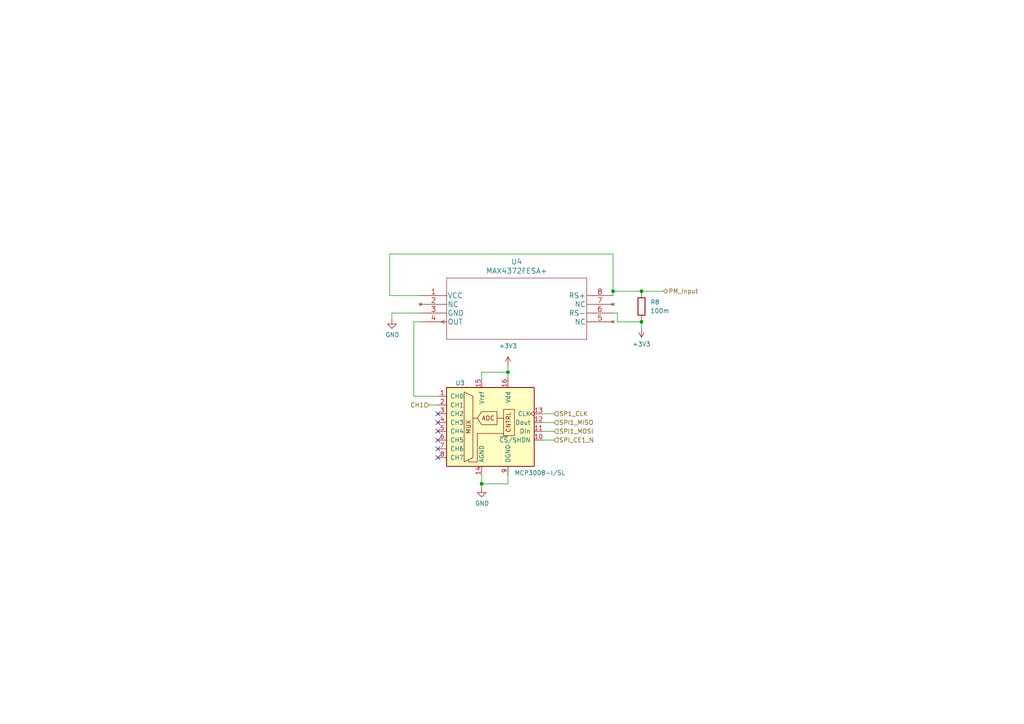
<source format=kicad_sch>
(kicad_sch (version 20211123) (generator eeschema)
  (paper "A4")
  (lib_symbols
    (symbol "Analog_ADC:MCP3008" (pin_names (offset 1.016))
      (property "Reference" "U" (at -5.08 13.335 0))
      (property "Value" "MCP3008" (at -5.08 11.43 0))
      (symbol "MCP3008_0_0"
        (text "ADC" (at -0.635 1.27 0) (effects (font (size 1.27 1.27))))
        (text "CNTRL" (at 5.969 -2.921 900) (effects (font (size 1.27 1.27)) (justify left bottom)))
        (text "MUX" (at -6.35 -1.27 900) (effects (font (size 1.27 1.27))))
      )
      (symbol "MCP3008_0_1"
        (polyline (pts (xy -3.81 1.27) (xy -5.08 1.27)))
        (polyline (pts (xy 1.905 1.27) (xy 3.81 1.27)))
        (polyline (pts (xy -7.62 8.89) (xy -7.62 -11.43) (xy -5.08 -10.16) (xy -5.08 7.62) (xy -7.62 8.89)))
        (polyline (pts (xy 3.81 -3.175) (xy -3.81 -3.175) (xy -3.81 -11.43) (xy -6.35 -11.43) (xy -6.35 -10.795)))
        (polyline (pts (xy 1.905 3.175) (xy 1.905 -0.635) (xy -2.54 -0.635) (xy -3.81 1.27) (xy -2.54 3.175) (xy 1.905 3.175)))
        (rectangle (start 3.81 -3.81) (end 6.985 3.81))
        (rectangle (start 12.7 -12.7) (end -12.7 10.16) (stroke (width 0.254)) (fill (type background)))
      )
      (symbol "MCP3008_1_1"
        (pin input line (at -15.24 7.62 0) (length 2.54) (name "CH0") (number "1"))
        (pin input line (at 15.24 -5.08 180) (length 2.54) (name "~{CS}/SHDN") (number "10"))
        (pin input line (at 15.24 -2.54 180) (length 2.54) (name "Din") (number "11"))
        (pin output line (at 15.24 0 180) (length 2.54) (name "Dout") (number "12"))
        (pin input clock (at 15.24 2.54 180) (length 2.54) (name "CLK") (number "13"))
        (pin power_in line (at -2.54 -15.24 90) (length 2.54) (name "AGND") (number "14"))
        (pin power_in line (at -2.54 12.7 270) (length 2.54) (name "Vref") (number "15"))
        (pin power_in line (at 5.08 12.7 270) (length 2.54) (name "Vdd") (number "16"))
        (pin input line (at -15.24 5.08 0) (length 2.54) (name "CH1") (number "2"))
        (pin input line (at -15.24 2.54 0) (length 2.54) (name "CH2") (number "3"))
        (pin input line (at -15.24 0 0) (length 2.54) (name "CH3") (number "4"))
        (pin input line (at -15.24 -2.54 0) (length 2.54) (name "CH4") (number "5"))
        (pin input line (at -15.24 -5.08 0) (length 2.54) (name "CH5") (number "6"))
        (pin input line (at -15.24 -7.62 0) (length 2.54) (name "CH6") (number "7"))
        (pin input line (at -15.24 -10.16 0) (length 2.54) (name "CH7") (number "8"))
        (pin power_in line (at 5.08 -15.24 90) (length 2.54) (name "DGND") (number "9"))
      )
    )
    (symbol "Device:R" (pin_numbers hide) (pin_names (offset 0))
      (property "Reference" "R" (at 2.032 0 90))
      (property "Value" "R" (at 0 0 90))
      (symbol "R_0_1"
        (rectangle (start -1.016 -2.54) (end 1.016 2.54) (stroke (width 0.254)))
      )
      (symbol "R_1_1"
        (pin passive line (at 0 3.81 270) (length 1.27) (name "~") (number "1"))
        (pin passive line (at 0 -3.81 90) (length 1.27) (name "~") (number "2"))
      )
    )
    (symbol "Imported_OBC_Library:+3.3V" (power) (pin_names (offset 0))
      (property "Value" "+3.3V" (at 0 3.556 0))
      (symbol "+3.3V_0_1"
        (polyline (pts (xy -0.762 1.27) (xy 0 2.54)))
        (polyline (pts (xy 0 0) (xy 0 2.54)))
        (polyline (pts (xy 0 2.54) (xy 0.762 1.27)))
      )
      (symbol "+3.3V_1_1"
        (pin power_in line (at 0 0 90) (length 0) hide (name "+3V3") (number "1"))
      )
    )
    (symbol "STM32_Breakout-rescue:MAX4372FESA+-MAX4372FESA+" (pin_names (offset 0.254))
      (property "Reference" "U" (at 27.94 10.16 0))
      (property "Value" "MAX4372FESA+-MAX4372FESA+" (at 27.94 7.62 0))
      (symbol "MAX4372FESA+-MAX4372FESA+_1_1"
        (polyline (pts (xy 7.112 -8.128) (xy 6.0452 -7.62)) (stroke (width 0.127)))
        (polyline (pts (xy 7.112 -7.112) (xy 6.0452 -7.62)) (stroke (width 0.127)))
        (polyline (pts (xy 7.62 -12.7) (xy 48.26 -12.7)) (stroke (width 0.127)))
        (polyline (pts (xy 7.62 5.08) (xy 7.62 -12.7)) (stroke (width 0.127)))
        (polyline (pts (xy 48.26 -12.7) (xy 48.26 5.08)) (stroke (width 0.127)))
        (polyline (pts (xy 48.26 5.08) (xy 7.62 5.08)) (stroke (width 0.127)))
        (pin power_in line (at 0 0 0) (length 7.62) (name "VCC") (number "1"))
        (pin no_connect line (at 0 -2.54 0) (length 7.62) (name "NC") (number "2"))
        (pin power_in line (at 0 -5.08 0) (length 7.62) (name "GND") (number "3"))
        (pin output line (at 0 -7.62 0) (length 7.62) (name "OUT") (number "4"))
        (pin no_connect line (at 55.88 -7.62 180) (length 7.62) (name "NC") (number "5"))
        (pin unspecified line (at 55.88 -5.08 180) (length 7.62) (name "RS-") (number "6"))
        (pin no_connect line (at 55.88 -2.54 180) (length 7.62) (name "NC") (number "7"))
        (pin unspecified line (at 55.88 0 180) (length 7.62) (name "RS+") (number "8"))
      )
    )
    (symbol "power:+3V3" (power) (pin_names (offset 0))
      (property "Value" "+3V3" (at 0 3.556 0))
      (symbol "+3V3_0_1"
        (polyline (pts (xy -0.762 1.27) (xy 0 2.54)))
        (polyline (pts (xy 0 0) (xy 0 2.54)))
        (polyline (pts (xy 0 2.54) (xy 0.762 1.27)))
      )
      (symbol "+3V3_1_1"
        (pin power_in line (at 0 0 90) (length 0) hide (name "+3V3") (number "1"))
      )
    )
    (symbol "power:GND" (power) (pin_names (offset 0))
      (property "Value" "GND" (at 0 -3.81 0))
      (symbol "GND_0_1"
        (polyline (pts (xy 0 0) (xy 0 -1.27) (xy 1.27 -1.27) (xy 0 -2.54) (xy -1.27 -1.27) (xy 0 -1.27)))
      )
      (symbol "GND_1_1"
        (pin power_in line (at 0 0 270) (length 0) hide (name "GND") (number "1"))
      )
    )
  )
  (junction (at 177.8 84.455))
  (junction (at 139.7 140.335))
  (junction (at 186.055 93.345))
  (junction (at 186.055 84.455))
  (junction (at 147.32 107.95))
  (no_connect (at 127 130.175))
  (no_connect (at 127 132.715))
  (no_connect (at 127 127.635))
  (no_connect (at 127 120.015))
  (no_connect (at 127 122.555))
  (no_connect (at 127 125.095))
  (wire (pts (xy 121.92 85.725) (xy 113.03 85.725)))
  (wire (pts (xy 124.46 117.475) (xy 127 117.475)))
  (wire (pts (xy 120.015 114.935) (xy 127 114.935)))
  (wire (pts (xy 139.7 141.605) (xy 139.7 140.335)))
  (wire (pts (xy 177.8 85.725) (xy 177.8 84.455)))
  (wire (pts (xy 160.655 127.635) (xy 157.48 127.635)))
  (wire (pts (xy 177.8 90.805) (xy 179.07 90.805)))
  (wire (pts (xy 147.32 140.335) (xy 139.7 140.335)))
  (wire (pts (xy 179.07 93.345) (xy 186.055 93.345)))
  (wire (pts (xy 160.655 120.015) (xy 157.48 120.015)))
  (wire (pts (xy 192.405 84.455) (xy 186.055 84.455)))
  (wire (pts (xy 147.32 106.045) (xy 147.32 107.95)))
  (wire (pts (xy 113.665 90.805) (xy 121.92 90.805)))
  (wire (pts (xy 139.7 107.95) (xy 147.32 107.95)))
  (wire (pts (xy 120.015 93.345) (xy 121.92 93.345)))
  (wire (pts (xy 113.03 85.725) (xy 113.03 73.66)))
  (wire (pts (xy 139.7 140.335) (xy 139.7 137.795)))
  (wire (pts (xy 139.7 107.95) (xy 139.7 109.855)))
  (wire (pts (xy 120.015 93.345) (xy 120.015 114.935)))
  (wire (pts (xy 160.655 122.555) (xy 157.48 122.555)))
  (wire (pts (xy 160.655 125.095) (xy 157.48 125.095)))
  (wire (pts (xy 179.07 90.805) (xy 179.07 93.345)))
  (wire (pts (xy 186.055 93.345) (xy 186.055 95.25)))
  (wire (pts (xy 177.8 84.455) (xy 186.055 84.455)))
  (wire (pts (xy 186.055 93.345) (xy 186.055 92.71)))
  (wire (pts (xy 177.8 73.66) (xy 177.8 84.455)))
  (wire (pts (xy 113.03 73.66) (xy 177.8 73.66)))
  (wire (pts (xy 147.32 107.95) (xy 147.32 109.855)))
  (wire (pts (xy 113.665 92.71) (xy 113.665 90.805)))
  (wire (pts (xy 147.32 137.795) (xy 147.32 140.335)))
  (wire (pts (xy 186.055 84.455) (xy 186.055 85.09)))
  (hierarchical_label "CH1" (shape input) (at 124.46 117.475 180))
  (hierarchical_label "SPI1_MOSI" (shape input) (at 160.655 125.095 0))
  (hierarchical_label "PM_Input" (shape bidirectional) (at 192.405 84.455 0))
  (hierarchical_label "SPI1_MISO" (shape input) (at 160.655 122.555 0))
  (hierarchical_label "SPI_CE1_N" (shape input) (at 160.655 127.635 0))
  (hierarchical_label "SP1_CLK" (shape input) (at 160.655 120.015 0))
  (symbol (lib_id "Analog_ADC:MCP3008") (at 142.24 122.555 0) (unit 1)
    (property "Reference" "U3" (at 132.08 111.125 0) (effects (justify left)))
    (property "Value" "MCP3008-I/SL" (at 149.225 137.16 0) (effects (justify left)))
    (property "Footprint" "qset-footprints:Microchip-MCP3008-I_SL-Level_A" (effects hide))
    (property "Datasheet" "http://ww1.microchip.com/downloads/en/DeviceDoc/21295d.pdf" (effects hide))
  )
  (symbol (lib_id "STM32_Breakout-rescue:MAX4372FESA+-MAX4372FESA+") (at 121.92 85.725 0) (unit 1)
    (property "Reference" "U4" (at 149.86 75.8952 0) (effects (font (size 1.524 1.524))))
    (property "Value" "MAX4372FESA+" (at 149.86 78.5876 0) (effects (font (size 1.524 1.524))))
    (property "Footprint" "qset-footprints:Maxim-MAX4372FESA+-Level_A" (effects hide))
  )
  (symbol (lib_id "Device:R") (at 186.055 88.9 0) (unit 1)
    (property "Reference" "R8" (at 188.595 87.6299 0) (effects (justify left)))
    (property "Value" "100m" (at 188.595 90.1699 0) (effects (justify left)))
    (property "Footprint" "Resistor_SMD:R_0402_1005Metric" (effects hide))
  )
  (symbol (lib_id "power:GND") (at 139.7 141.605 0) (unit 1)
    (property "Reference" "#PWR0133" (effects hide))
    (property "Value" "GND" (at 139.827 145.9992 0))
  )
  (symbol (lib_id "power:+3V3") (at 147.32 106.045 0) (unit 1)
    (property "Reference" "#PWR0134" (effects hide))
    (property "Value" "+3V3" (at 147.32 100.33 0))
  )
  (symbol (lib_id "power:GND") (at 113.665 92.71 0) (unit 1)
    (property "Reference" "#PWR0131" (effects hide))
    (property "Value" "GND" (at 113.792 97.1042 0))
  )
  (symbol (lib_id "Imported_OBC_Library:+3.3V") (at 186.055 95.25 0) (mirror x) (unit 1)
    (property "Reference" "#PWR0135" (effects hide))
    (property "Value" "+3.3V" (at 186.055 99.822 0))
  )
)
</source>
